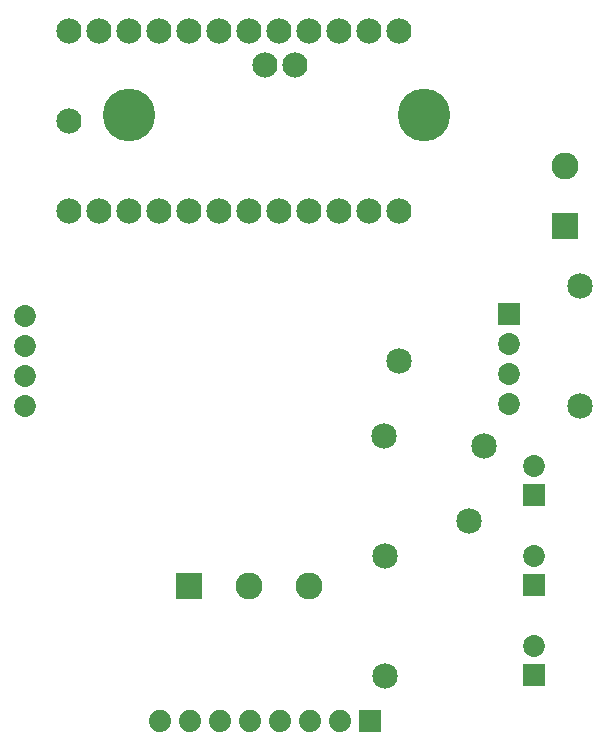
<source format=gts>
G04 MADE WITH FRITZING*
G04 WWW.FRITZING.ORG*
G04 DOUBLE SIDED*
G04 HOLES PLATED*
G04 CONTOUR ON CENTER OF CONTOUR VECTOR*
%ASAXBY*%
%FSLAX23Y23*%
%MOIN*%
%OFA0B0*%
%SFA1.0B1.0*%
%ADD10C,0.175354*%
%ADD11C,0.084000*%
%ADD12C,0.072992*%
%ADD13C,0.090000*%
%ADD14C,0.074000*%
%ADD15C,0.085000*%
%ADD16R,0.072992X0.072992*%
%ADD17R,0.090000X0.090000*%
%ADD18R,0.074000X0.074000*%
%LNMASK1*%
G90*
G70*
G54D10*
X945Y2225D03*
X1927Y2225D03*
G54D11*
X1844Y2506D03*
X1744Y2506D03*
X1644Y2506D03*
X1544Y2506D03*
X1444Y2506D03*
X1499Y2391D03*
X1399Y2391D03*
X1344Y2506D03*
X1244Y2506D03*
X1144Y2506D03*
X1044Y2506D03*
X944Y2506D03*
X844Y2506D03*
X744Y2506D03*
X744Y1906D03*
X844Y1906D03*
X944Y1906D03*
X1044Y1906D03*
X1144Y1906D03*
X1244Y1906D03*
X1344Y1906D03*
X1444Y1906D03*
X1544Y1906D03*
X1644Y1906D03*
X1744Y1906D03*
X1844Y1906D03*
X744Y2206D03*
X1844Y2506D03*
X1744Y2506D03*
X1644Y2506D03*
X1544Y2506D03*
X1444Y2506D03*
X1499Y2391D03*
X1399Y2391D03*
X1344Y2506D03*
X1244Y2506D03*
X1144Y2506D03*
X1044Y2506D03*
X944Y2506D03*
X844Y2506D03*
X744Y2506D03*
X744Y1906D03*
X844Y1906D03*
X944Y1906D03*
X1044Y1906D03*
X1144Y1906D03*
X1244Y1906D03*
X1344Y1906D03*
X1444Y1906D03*
X1544Y1906D03*
X1644Y1906D03*
X1744Y1906D03*
X1844Y1906D03*
X744Y2206D03*
G54D12*
X600Y1555D03*
X600Y1455D03*
X600Y1355D03*
X600Y1255D03*
X2211Y1562D03*
X2211Y1462D03*
X2211Y1362D03*
X2211Y1262D03*
X600Y1555D03*
X600Y1455D03*
X600Y1355D03*
X600Y1255D03*
X2211Y1562D03*
X2211Y1462D03*
X2211Y1362D03*
X2211Y1262D03*
X600Y1555D03*
X600Y1455D03*
X600Y1355D03*
X600Y1255D03*
X2211Y1562D03*
X2211Y1462D03*
X2211Y1362D03*
X2211Y1262D03*
G54D13*
X1144Y656D03*
X1344Y656D03*
X1544Y656D03*
X1144Y656D03*
X1344Y656D03*
X1544Y656D03*
X2400Y1855D03*
X2400Y2055D03*
X2400Y1855D03*
X2400Y2055D03*
G54D14*
X1750Y205D03*
X1650Y205D03*
X1550Y205D03*
X1450Y205D03*
X1350Y205D03*
X1250Y205D03*
X1150Y205D03*
X1050Y205D03*
G54D12*
X2294Y357D03*
X2294Y456D03*
X2294Y657D03*
X2294Y756D03*
X2294Y957D03*
X2294Y1056D03*
G54D15*
X2450Y1655D03*
X2450Y1255D03*
X1800Y355D03*
X1800Y755D03*
X2127Y1123D03*
X1844Y1406D03*
X2077Y873D03*
X1794Y1156D03*
G54D16*
X2211Y1562D03*
X2211Y1562D03*
X2211Y1562D03*
G54D17*
X1144Y656D03*
X1144Y656D03*
X2400Y1855D03*
X2400Y1855D03*
G54D18*
X1750Y205D03*
G54D16*
X2294Y357D03*
X2294Y657D03*
X2294Y957D03*
G04 End of Mask1*
M02*
</source>
